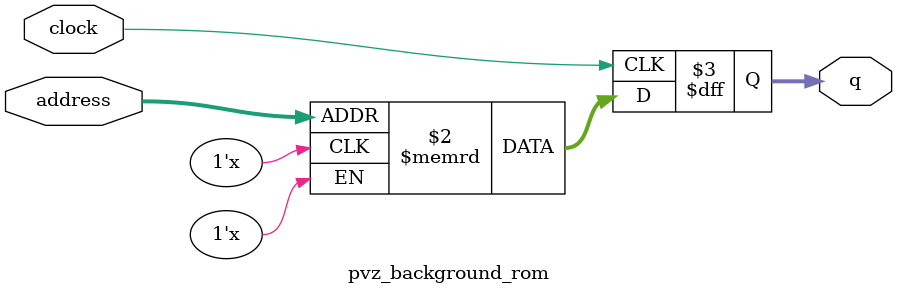
<source format=sv>
module pvz_background_rom (
	input logic clock,
	input logic [17:0] address,
	output logic [3:0] q
);

logic [3:0] memory [0:153599] /* synthesis ram_init_file = "./pvz_background/pvz_background.COE" */;

always_ff @ (posedge clock) begin
	q <= memory[address];
end

endmodule

</source>
